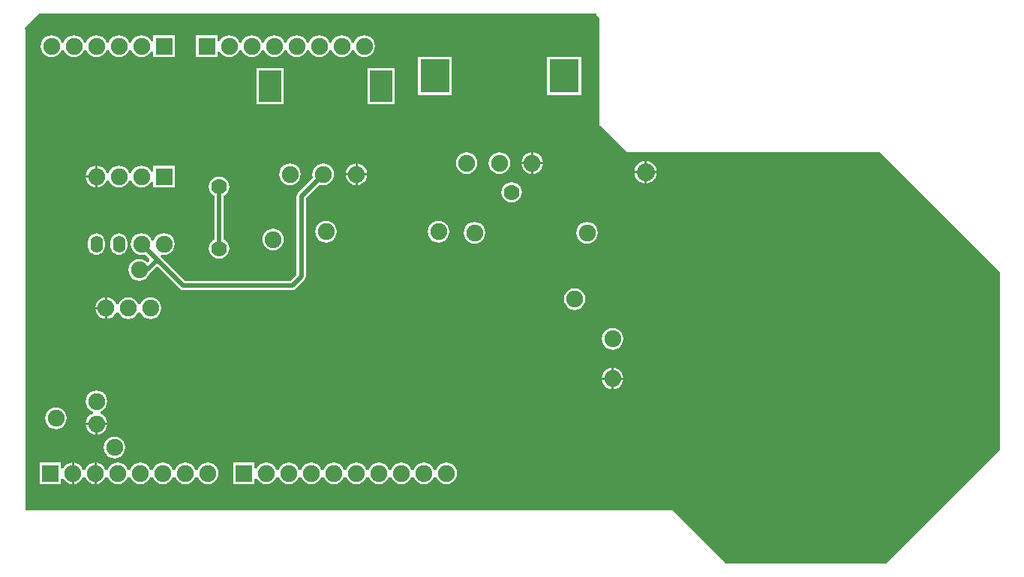
<source format=gtl>
G04 Layer_Physical_Order=1*
G04 Layer_Color=255*
%FSLAX25Y25*%
%MOIN*%
G70*
G01*
G75*
%ADD10C,0.02000*%
%ADD11C,0.07512*%
%ADD12R,0.07512X0.07512*%
%ADD13R,0.07512X0.07512*%
%ADD14O,0.05512X0.07512*%
%ADD15R,0.10068X0.14011*%
%ADD16R,0.10012X0.14000*%
%ADD17R,0.13080X0.15000*%
%ADD18R,0.13030X0.15000*%
%ADD19C,0.07000*%
%ADD20C,0.08000*%
%ADD21C,0.07500*%
%ADD22C,0.07000*%
G36*
X476000Y395000D02*
X477500Y393500D01*
Y345500D01*
X478000D01*
X489500Y334000D01*
X602000D01*
X655500Y280500D01*
Y202000D01*
Y201500D01*
X605000Y151000D01*
X533500D01*
X510000Y174500D01*
X222500D01*
Y388500D01*
X222000Y389000D01*
X228500Y395500D01*
X476000D01*
Y395000D01*
D02*
G37*
%LPC*%
G36*
X257815Y269231D02*
X257073Y269133D01*
X255917Y268654D01*
X254923Y267892D01*
X254161Y266898D01*
X253681Y265741D01*
X253584Y265000D01*
X257815D01*
Y269231D01*
D02*
G37*
G36*
X278000Y269297D02*
X276759Y269133D01*
X275602Y268654D01*
X274608Y267892D01*
X273846Y266898D01*
X273620Y266353D01*
X272537D01*
X272312Y266898D01*
X271549Y267892D01*
X270556Y268654D01*
X269399Y269133D01*
X268157Y269297D01*
X266916Y269133D01*
X265759Y268654D01*
X264766Y267892D01*
X264003Y266898D01*
X263777Y266354D01*
X262695D01*
X262469Y266898D01*
X261707Y267892D01*
X260714Y268654D01*
X259557Y269133D01*
X258815Y269231D01*
Y264500D01*
Y259769D01*
X259557Y259866D01*
X260714Y260346D01*
X261707Y261108D01*
X262469Y262102D01*
X262695Y262647D01*
X263777D01*
X264003Y262102D01*
X264766Y261108D01*
X265759Y260346D01*
X266916Y259866D01*
X268157Y259703D01*
X269399Y259866D01*
X270556Y260346D01*
X271549Y261108D01*
X272312Y262102D01*
X272537Y262647D01*
X273620D01*
X273846Y262102D01*
X274608Y261108D01*
X275602Y260346D01*
X276759Y259866D01*
X278000Y259703D01*
X279241Y259866D01*
X280399Y260346D01*
X281392Y261108D01*
X282154Y262102D01*
X282633Y263259D01*
X282797Y264500D01*
X282633Y265741D01*
X282154Y266898D01*
X281392Y267892D01*
X280399Y268654D01*
X279241Y269133D01*
X278000Y269297D01*
D02*
G37*
G36*
X308500Y323039D02*
X307325Y322884D01*
X306231Y322431D01*
X305291Y321709D01*
X304569Y320769D01*
X304116Y319675D01*
X303961Y318500D01*
X304116Y317325D01*
X304569Y316231D01*
X305291Y315291D01*
X306231Y314569D01*
X306461Y314474D01*
Y295026D01*
X306231Y294931D01*
X305291Y294209D01*
X304569Y293269D01*
X304116Y292175D01*
X303961Y291000D01*
X304116Y289825D01*
X304569Y288731D01*
X305291Y287791D01*
X306231Y287069D01*
X307325Y286616D01*
X308500Y286461D01*
X309675Y286616D01*
X310769Y287069D01*
X311709Y287791D01*
X312431Y288731D01*
X312884Y289825D01*
X313039Y291000D01*
X312884Y292175D01*
X312431Y293269D01*
X311709Y294209D01*
X310769Y294931D01*
X310539Y295026D01*
Y314474D01*
X310769Y314569D01*
X311709Y315291D01*
X312431Y316231D01*
X312884Y317325D01*
X313039Y318500D01*
X312884Y319675D01*
X312431Y320769D01*
X311709Y321709D01*
X310769Y322431D01*
X309675Y322884D01*
X308500Y323039D01*
D02*
G37*
G36*
X483354Y255640D02*
X482113Y255476D01*
X480956Y254997D01*
X479962Y254235D01*
X479200Y253241D01*
X478721Y252084D01*
X478557Y250843D01*
X478721Y249601D01*
X479200Y248444D01*
X479962Y247451D01*
X480956Y246688D01*
X482113Y246209D01*
X483354Y246046D01*
X484596Y246209D01*
X485753Y246688D01*
X486746Y247451D01*
X487509Y248444D01*
X487988Y249601D01*
X488151Y250843D01*
X487988Y252084D01*
X487509Y253241D01*
X486746Y254235D01*
X485753Y254997D01*
X484596Y255476D01*
X483354Y255640D01*
D02*
G37*
G36*
X257815Y264000D02*
X253584D01*
X253681Y263259D01*
X254161Y262102D01*
X254923Y261108D01*
X255917Y260346D01*
X257073Y259866D01*
X257815Y259769D01*
Y264000D01*
D02*
G37*
G36*
X466500Y273291D02*
X465260Y273128D01*
X464105Y272649D01*
X463112Y271888D01*
X462351Y270896D01*
X461872Y269740D01*
X461709Y268500D01*
X461872Y267260D01*
X462351Y266105D01*
X463112Y265112D01*
X464105Y264351D01*
X465260Y263872D01*
X466500Y263709D01*
X467740Y263872D01*
X468895Y264351D01*
X469888Y265112D01*
X470649Y266105D01*
X471128Y267260D01*
X471291Y268500D01*
X471128Y269740D01*
X470649Y270896D01*
X469888Y271888D01*
X468895Y272649D01*
X467740Y273128D01*
X466500Y273291D01*
D02*
G37*
G36*
X422000Y302797D02*
X420758Y302634D01*
X419601Y302154D01*
X418608Y301392D01*
X417846Y300398D01*
X417367Y299241D01*
X417203Y298000D01*
X417367Y296759D01*
X417846Y295602D01*
X418608Y294608D01*
X419601Y293846D01*
X420758Y293367D01*
X422000Y293203D01*
X423242Y293367D01*
X424399Y293846D01*
X425392Y294608D01*
X426154Y295602D01*
X426634Y296759D01*
X426797Y298000D01*
X426634Y299241D01*
X426154Y300398D01*
X425392Y301392D01*
X424399Y302154D01*
X423242Y302634D01*
X422000Y302797D01*
D02*
G37*
G36*
X472000D02*
X470758Y302634D01*
X469601Y302154D01*
X468608Y301392D01*
X467846Y300398D01*
X467367Y299241D01*
X467203Y298000D01*
X467367Y296759D01*
X467846Y295602D01*
X468608Y294608D01*
X469601Y293846D01*
X470758Y293367D01*
X472000Y293203D01*
X473242Y293367D01*
X474399Y293846D01*
X475392Y294608D01*
X476154Y295602D01*
X476634Y296759D01*
X476797Y298000D01*
X476634Y299241D01*
X476154Y300398D01*
X475392Y301392D01*
X474399Y302154D01*
X473242Y302634D01*
X472000Y302797D01*
D02*
G37*
G36*
X356000Y303297D02*
X354759Y303134D01*
X353602Y302654D01*
X352608Y301892D01*
X351846Y300899D01*
X351366Y299742D01*
X351203Y298500D01*
X351366Y297258D01*
X351846Y296101D01*
X352608Y295108D01*
X353602Y294346D01*
X354759Y293866D01*
X356000Y293703D01*
X357242Y293866D01*
X358399Y294346D01*
X359392Y295108D01*
X360154Y296101D01*
X360633Y297258D01*
X360797Y298500D01*
X360633Y299742D01*
X360154Y300899D01*
X359392Y301892D01*
X358399Y302654D01*
X357242Y303134D01*
X356000Y303297D01*
D02*
G37*
G36*
X254000Y297788D02*
X253019Y297659D01*
X252106Y297281D01*
X251321Y296679D01*
X250719Y295894D01*
X250341Y294981D01*
X250212Y294000D01*
Y292000D01*
X250341Y291020D01*
X250719Y290106D01*
X251321Y289321D01*
X252106Y288719D01*
X253019Y288341D01*
X254000Y288212D01*
X254980Y288341D01*
X255894Y288719D01*
X256679Y289321D01*
X257281Y290106D01*
X257659Y291020D01*
X257788Y292000D01*
Y294000D01*
X257659Y294981D01*
X257281Y295894D01*
X256679Y296679D01*
X255894Y297281D01*
X254980Y297659D01*
X254000Y297788D01*
D02*
G37*
G36*
X264000D02*
X263019Y297659D01*
X262106Y297281D01*
X261321Y296679D01*
X260719Y295894D01*
X260341Y294981D01*
X260212Y294000D01*
Y292000D01*
X260341Y291020D01*
X260719Y290106D01*
X261321Y289321D01*
X262106Y288719D01*
X263019Y288341D01*
X264000Y288212D01*
X264981Y288341D01*
X265894Y288719D01*
X266679Y289321D01*
X267281Y290106D01*
X267659Y291020D01*
X267788Y292000D01*
Y294000D01*
X267659Y294981D01*
X267281Y295894D01*
X266679Y296679D01*
X265894Y297281D01*
X264981Y297659D01*
X264000Y297788D01*
D02*
G37*
G36*
X332500Y299791D02*
X331260Y299628D01*
X330104Y299149D01*
X329112Y298388D01*
X328351Y297395D01*
X327872Y296240D01*
X327709Y295000D01*
X327872Y293760D01*
X328351Y292604D01*
X329112Y291612D01*
X330104Y290851D01*
X331260Y290372D01*
X332500Y290209D01*
X333740Y290372D01*
X334895Y290851D01*
X335888Y291612D01*
X336649Y292604D01*
X337128Y293760D01*
X337291Y295000D01*
X337128Y296240D01*
X336649Y297395D01*
X335888Y298388D01*
X334895Y299149D01*
X333740Y299628D01*
X332500Y299791D01*
D02*
G37*
G36*
X483854Y237857D02*
Y233626D01*
X488086D01*
X487988Y234367D01*
X487509Y235525D01*
X486746Y236518D01*
X485753Y237280D01*
X484596Y237759D01*
X483854Y237857D01*
D02*
G37*
G36*
X409500Y195797D02*
X408258Y195633D01*
X407101Y195154D01*
X406108Y194392D01*
X405346Y193398D01*
X405041Y192663D01*
X403959D01*
X403654Y193398D01*
X402892Y194392D01*
X401898Y195154D01*
X400741Y195633D01*
X399500Y195797D01*
X398258Y195633D01*
X397101Y195154D01*
X396108Y194392D01*
X395346Y193398D01*
X395041Y192663D01*
X393959D01*
X393654Y193398D01*
X392892Y194392D01*
X391898Y195154D01*
X390741Y195633D01*
X389500Y195797D01*
X388259Y195633D01*
X387102Y195154D01*
X386108Y194392D01*
X385346Y193398D01*
X385041Y192663D01*
X383959D01*
X383654Y193398D01*
X382892Y194392D01*
X381898Y195154D01*
X380742Y195633D01*
X379500Y195797D01*
X378258Y195633D01*
X377101Y195154D01*
X376108Y194392D01*
X375346Y193398D01*
X375041Y192663D01*
X373959D01*
X373654Y193398D01*
X372892Y194392D01*
X371899Y195154D01*
X370742Y195633D01*
X369500Y195797D01*
X368259Y195633D01*
X367102Y195154D01*
X366108Y194392D01*
X365346Y193398D01*
X365041Y192663D01*
X363959D01*
X363654Y193398D01*
X362892Y194392D01*
X361898Y195154D01*
X360741Y195633D01*
X359500Y195797D01*
X358259Y195633D01*
X357101Y195154D01*
X356108Y194392D01*
X355346Y193398D01*
X355041Y192663D01*
X353959D01*
X353654Y193398D01*
X352892Y194392D01*
X351899Y195154D01*
X350742Y195633D01*
X349500Y195797D01*
X348258Y195633D01*
X347101Y195154D01*
X346108Y194392D01*
X345346Y193398D01*
X345041Y192663D01*
X343959D01*
X343654Y193398D01*
X342892Y194392D01*
X341898Y195154D01*
X340741Y195633D01*
X339500Y195797D01*
X338259Y195633D01*
X337102Y195154D01*
X336108Y194392D01*
X335346Y193398D01*
X335041Y192663D01*
X333959D01*
X333654Y193398D01*
X332892Y194392D01*
X331898Y195154D01*
X330742Y195633D01*
X329500Y195797D01*
X328258Y195633D01*
X327101Y195154D01*
X326108Y194392D01*
X325346Y193398D01*
X325256Y193182D01*
X324256Y193380D01*
Y195756D01*
X314744D01*
Y186244D01*
X324256D01*
Y188619D01*
X325256Y188818D01*
X325346Y188602D01*
X326108Y187608D01*
X327101Y186846D01*
X328258Y186366D01*
X329500Y186203D01*
X330742Y186366D01*
X331898Y186846D01*
X332892Y187608D01*
X333654Y188602D01*
X333959Y189337D01*
X335041D01*
X335346Y188602D01*
X336108Y187608D01*
X337102Y186846D01*
X338259Y186366D01*
X339500Y186203D01*
X340741Y186366D01*
X341898Y186846D01*
X342892Y187608D01*
X343654Y188602D01*
X343959Y189337D01*
X345041D01*
X345346Y188602D01*
X346108Y187608D01*
X347101Y186846D01*
X348258Y186366D01*
X349500Y186203D01*
X350742Y186366D01*
X351899Y186846D01*
X352892Y187608D01*
X353654Y188602D01*
X353959Y189337D01*
X355041D01*
X355346Y188602D01*
X356108Y187608D01*
X357101Y186846D01*
X358259Y186366D01*
X359500Y186203D01*
X360741Y186366D01*
X361898Y186846D01*
X362892Y187608D01*
X363654Y188602D01*
X363959Y189337D01*
X365041D01*
X365346Y188602D01*
X366108Y187608D01*
X367102Y186846D01*
X368259Y186366D01*
X369500Y186203D01*
X370742Y186366D01*
X371899Y186846D01*
X372892Y187608D01*
X373654Y188602D01*
X373959Y189337D01*
X375041D01*
X375346Y188602D01*
X376108Y187608D01*
X377101Y186846D01*
X378258Y186366D01*
X379500Y186203D01*
X380742Y186366D01*
X381898Y186846D01*
X382892Y187608D01*
X383654Y188602D01*
X383959Y189337D01*
X385041D01*
X385346Y188602D01*
X386108Y187608D01*
X387102Y186846D01*
X388259Y186366D01*
X389500Y186203D01*
X390741Y186366D01*
X391898Y186846D01*
X392892Y187608D01*
X393654Y188602D01*
X393959Y189337D01*
X395041D01*
X395346Y188602D01*
X396108Y187608D01*
X397101Y186846D01*
X398258Y186366D01*
X399500Y186203D01*
X400741Y186366D01*
X401898Y186846D01*
X402892Y187608D01*
X403654Y188602D01*
X403959Y189337D01*
X405041D01*
X405346Y188602D01*
X406108Y187608D01*
X407101Y186846D01*
X408258Y186366D01*
X409500Y186203D01*
X410742Y186366D01*
X411899Y186846D01*
X412892Y187608D01*
X413654Y188602D01*
X414134Y189759D01*
X414297Y191000D01*
X414134Y192242D01*
X413654Y193398D01*
X412892Y194392D01*
X411899Y195154D01*
X410742Y195633D01*
X409500Y195797D01*
D02*
G37*
G36*
X262000Y207291D02*
X260760Y207128D01*
X259605Y206649D01*
X258612Y205888D01*
X257851Y204895D01*
X257372Y203740D01*
X257209Y202500D01*
X257372Y201260D01*
X257851Y200104D01*
X258612Y199112D01*
X259605Y198351D01*
X260760Y197872D01*
X262000Y197709D01*
X263240Y197872D01*
X264395Y198351D01*
X265388Y199112D01*
X266149Y200104D01*
X266628Y201260D01*
X266791Y202500D01*
X266628Y203740D01*
X266149Y204895D01*
X265388Y205888D01*
X264395Y206649D01*
X263240Y207128D01*
X262000Y207291D01*
D02*
G37*
G36*
X253500Y212500D02*
X249269D01*
X249366Y211758D01*
X249846Y210601D01*
X250608Y209608D01*
X251602Y208846D01*
X252759Y208366D01*
X253500Y208269D01*
Y212500D01*
D02*
G37*
G36*
X238256Y195756D02*
X228744D01*
Y186244D01*
X238256D01*
Y188619D01*
X239256Y188818D01*
X239346Y188602D01*
X240108Y187608D01*
X241102Y186846D01*
X242259Y186366D01*
X243000Y186269D01*
Y191000D01*
Y195731D01*
X242259Y195633D01*
X241102Y195154D01*
X240108Y194392D01*
X239346Y193398D01*
X239256Y193182D01*
X238256Y193380D01*
Y195756D01*
D02*
G37*
G36*
X253000Y195731D02*
X252258Y195633D01*
X251101Y195154D01*
X250108Y194392D01*
X249346Y193398D01*
X249041Y192663D01*
X247959D01*
X247654Y193398D01*
X246892Y194392D01*
X245899Y195154D01*
X244742Y195633D01*
X244000Y195731D01*
Y191000D01*
Y186269D01*
X244742Y186366D01*
X245899Y186846D01*
X246892Y187608D01*
X247654Y188602D01*
X247959Y189337D01*
X249041D01*
X249346Y188602D01*
X250108Y187608D01*
X251101Y186846D01*
X252258Y186366D01*
X253000Y186269D01*
Y191000D01*
Y195731D01*
D02*
G37*
G36*
X303500Y195797D02*
X302258Y195633D01*
X301101Y195154D01*
X300108Y194392D01*
X299346Y193398D01*
X299041Y192663D01*
X297959D01*
X297654Y193398D01*
X296892Y194392D01*
X295899Y195154D01*
X294742Y195633D01*
X293500Y195797D01*
X292259Y195633D01*
X291102Y195154D01*
X290108Y194392D01*
X289346Y193398D01*
X289041Y192663D01*
X287959D01*
X287654Y193398D01*
X286892Y194392D01*
X285898Y195154D01*
X284741Y195633D01*
X283500Y195797D01*
X282259Y195633D01*
X281101Y195154D01*
X280108Y194392D01*
X279346Y193398D01*
X279041Y192663D01*
X277959D01*
X277654Y193398D01*
X276892Y194392D01*
X275899Y195154D01*
X274742Y195633D01*
X273500Y195797D01*
X272258Y195633D01*
X271101Y195154D01*
X270108Y194392D01*
X269346Y193398D01*
X269041Y192663D01*
X267959D01*
X267654Y193398D01*
X266892Y194392D01*
X265898Y195154D01*
X264741Y195633D01*
X263500Y195797D01*
X262259Y195633D01*
X261102Y195154D01*
X260108Y194392D01*
X259346Y193398D01*
X259041Y192663D01*
X257959D01*
X257654Y193398D01*
X256892Y194392D01*
X255898Y195154D01*
X254742Y195633D01*
X254000Y195731D01*
Y191000D01*
Y186269D01*
X254742Y186366D01*
X255898Y186846D01*
X256892Y187608D01*
X257654Y188602D01*
X257959Y189337D01*
X259041D01*
X259346Y188602D01*
X260108Y187608D01*
X261102Y186846D01*
X262259Y186366D01*
X263500Y186203D01*
X264741Y186366D01*
X265898Y186846D01*
X266892Y187608D01*
X267654Y188602D01*
X267959Y189337D01*
X269041D01*
X269346Y188602D01*
X270108Y187608D01*
X271101Y186846D01*
X272258Y186366D01*
X273500Y186203D01*
X274742Y186366D01*
X275899Y186846D01*
X276892Y187608D01*
X277654Y188602D01*
X277959Y189337D01*
X279041D01*
X279346Y188602D01*
X280108Y187608D01*
X281101Y186846D01*
X282259Y186366D01*
X283500Y186203D01*
X284741Y186366D01*
X285898Y186846D01*
X286892Y187608D01*
X287654Y188602D01*
X287959Y189337D01*
X289041D01*
X289346Y188602D01*
X290108Y187608D01*
X291102Y186846D01*
X292259Y186366D01*
X293500Y186203D01*
X294742Y186366D01*
X295899Y186846D01*
X296892Y187608D01*
X297654Y188602D01*
X297959Y189337D01*
X299041D01*
X299346Y188602D01*
X300108Y187608D01*
X301101Y186846D01*
X302258Y186366D01*
X303500Y186203D01*
X304742Y186366D01*
X305898Y186846D01*
X306892Y187608D01*
X307654Y188602D01*
X308134Y189759D01*
X308297Y191000D01*
X308134Y192242D01*
X307654Y193398D01*
X306892Y194392D01*
X305898Y195154D01*
X304742Y195633D01*
X303500Y195797D01*
D02*
G37*
G36*
X482854Y232626D02*
X478623D01*
X478721Y231885D01*
X479200Y230728D01*
X479962Y229734D01*
X480956Y228972D01*
X482113Y228492D01*
X482854Y228395D01*
Y232626D01*
D02*
G37*
G36*
X488086D02*
X483854D01*
Y228395D01*
X484596Y228492D01*
X485753Y228972D01*
X486746Y229734D01*
X487509Y230728D01*
X487988Y231885D01*
X488086Y232626D01*
D02*
G37*
G36*
X482854Y237857D02*
X482113Y237759D01*
X480956Y237280D01*
X479962Y236518D01*
X479200Y235525D01*
X478721Y234367D01*
X478623Y233626D01*
X482854D01*
Y237857D01*
D02*
G37*
G36*
X258731Y212500D02*
X254500D01*
Y208269D01*
X255241Y208366D01*
X256399Y208846D01*
X257392Y209608D01*
X258154Y210601D01*
X258633Y211758D01*
X258731Y212500D01*
D02*
G37*
G36*
X236000Y220291D02*
X234760Y220128D01*
X233605Y219649D01*
X232612Y218888D01*
X231851Y217896D01*
X231372Y216740D01*
X231209Y215500D01*
X231372Y214260D01*
X231851Y213105D01*
X232612Y212112D01*
X233605Y211351D01*
X234760Y210872D01*
X236000Y210709D01*
X237240Y210872D01*
X238396Y211351D01*
X239388Y212112D01*
X240149Y213105D01*
X240628Y214260D01*
X240791Y215500D01*
X240628Y216740D01*
X240149Y217896D01*
X239388Y218888D01*
X238396Y219649D01*
X237240Y220128D01*
X236000Y220291D01*
D02*
G37*
G36*
X254000Y227797D02*
X252759Y227634D01*
X251602Y227154D01*
X250608Y226392D01*
X249846Y225398D01*
X249366Y224241D01*
X249203Y223000D01*
X249366Y221759D01*
X249846Y220602D01*
X250608Y219608D01*
X251602Y218846D01*
X252337Y218541D01*
Y217459D01*
X251602Y217154D01*
X250608Y216392D01*
X249846Y215399D01*
X249366Y214242D01*
X249269Y213500D01*
X258731D01*
X258633Y214242D01*
X258154Y215399D01*
X257392Y216392D01*
X256399Y217154D01*
X255663Y217459D01*
Y218541D01*
X256399Y218846D01*
X257392Y219608D01*
X258154Y220602D01*
X258633Y221759D01*
X258797Y223000D01*
X258633Y224241D01*
X258154Y225398D01*
X257392Y226392D01*
X256399Y227154D01*
X255241Y227634D01*
X254000Y227797D01*
D02*
G37*
G36*
X406000Y303297D02*
X404759Y303134D01*
X403602Y302654D01*
X402608Y301892D01*
X401846Y300899D01*
X401367Y299742D01*
X401203Y298500D01*
X401367Y297258D01*
X401846Y296101D01*
X402608Y295108D01*
X403602Y294346D01*
X404759Y293866D01*
X406000Y293703D01*
X407241Y293866D01*
X408398Y294346D01*
X409392Y295108D01*
X410154Y296101D01*
X410634Y297258D01*
X410797Y298500D01*
X410634Y299742D01*
X410154Y300899D01*
X409392Y301892D01*
X408398Y302654D01*
X407241Y303134D01*
X406000Y303297D01*
D02*
G37*
G36*
X497500Y329977D02*
X496695Y329871D01*
X495478Y329367D01*
X494434Y328566D01*
X493633Y327522D01*
X493129Y326305D01*
X493023Y325500D01*
X497500D01*
Y329977D01*
D02*
G37*
G36*
X498500D02*
Y325500D01*
X502977D01*
X502871Y326305D01*
X502367Y327522D01*
X501566Y328566D01*
X500522Y329367D01*
X499305Y329871D01*
X498500Y329977D01*
D02*
G37*
G36*
X447134Y333731D02*
X446392Y333633D01*
X445235Y333154D01*
X444242Y332392D01*
X443479Y331399D01*
X443000Y330241D01*
X442903Y329500D01*
X447134D01*
Y333731D01*
D02*
G37*
G36*
X369028Y328731D02*
X368286Y328633D01*
X367129Y328154D01*
X366136Y327392D01*
X365373Y326398D01*
X364894Y325241D01*
X364796Y324500D01*
X369028D01*
Y328731D01*
D02*
G37*
G36*
X370028D02*
Y324500D01*
X374259D01*
X374161Y325241D01*
X373682Y326398D01*
X372920Y327392D01*
X371926Y328154D01*
X370769Y328633D01*
X370028Y328731D01*
D02*
G37*
G36*
X274000Y327797D02*
X272759Y327634D01*
X271602Y327154D01*
X270608Y326392D01*
X269846Y325398D01*
X269541Y324663D01*
X268459D01*
X268154Y325398D01*
X267392Y326392D01*
X266399Y327154D01*
X265242Y327634D01*
X264000Y327797D01*
X262758Y327634D01*
X261601Y327154D01*
X260608Y326392D01*
X259846Y325398D01*
X259541Y324663D01*
X258459D01*
X258154Y325398D01*
X257392Y326392D01*
X256399Y327154D01*
X255241Y327634D01*
X254500Y327731D01*
Y323000D01*
Y318269D01*
X255241Y318367D01*
X256399Y318846D01*
X257392Y319608D01*
X258154Y320602D01*
X258459Y321337D01*
X259541D01*
X259846Y320602D01*
X260608Y319608D01*
X261601Y318846D01*
X262758Y318367D01*
X264000Y318203D01*
X265242Y318367D01*
X266399Y318846D01*
X267392Y319608D01*
X268154Y320602D01*
X268459Y321337D01*
X269541D01*
X269846Y320602D01*
X270608Y319608D01*
X271602Y318846D01*
X272759Y318367D01*
X274000Y318203D01*
X275241Y318367D01*
X276398Y318846D01*
X277392Y319608D01*
X278154Y320602D01*
X278244Y320818D01*
X279244Y320620D01*
Y318244D01*
X288756D01*
Y327756D01*
X279244D01*
Y325380D01*
X278244Y325182D01*
X278154Y325398D01*
X277392Y326392D01*
X276398Y327154D01*
X275241Y327634D01*
X274000Y327797D01*
D02*
G37*
G36*
X448134Y333731D02*
Y329500D01*
X452365D01*
X452267Y330241D01*
X451788Y331399D01*
X451026Y332392D01*
X450032Y333154D01*
X448875Y333633D01*
X448134Y333731D01*
D02*
G37*
G36*
X469347Y376280D02*
X454267D01*
Y359280D01*
X469347D01*
Y376280D01*
D02*
G37*
G36*
X274000Y385797D02*
X272759Y385633D01*
X271602Y385154D01*
X270608Y384392D01*
X269846Y383399D01*
X269541Y382663D01*
X268459D01*
X268154Y383399D01*
X267392Y384392D01*
X266399Y385154D01*
X265242Y385633D01*
X264000Y385797D01*
X262758Y385633D01*
X261601Y385154D01*
X260608Y384392D01*
X259846Y383399D01*
X259541Y382663D01*
X258459D01*
X258154Y383399D01*
X257392Y384392D01*
X256399Y385154D01*
X255241Y385633D01*
X254000Y385797D01*
X252759Y385633D01*
X251602Y385154D01*
X250608Y384392D01*
X249846Y383399D01*
X249541Y382663D01*
X248459D01*
X248154Y383399D01*
X247392Y384392D01*
X246398Y385154D01*
X245241Y385633D01*
X244000Y385797D01*
X242758Y385633D01*
X241601Y385154D01*
X240608Y384392D01*
X239846Y383399D01*
X239541Y382663D01*
X238459D01*
X238154Y383399D01*
X237392Y384392D01*
X236399Y385154D01*
X235242Y385633D01*
X234000Y385797D01*
X232758Y385633D01*
X231602Y385154D01*
X230608Y384392D01*
X229846Y383399D01*
X229366Y382242D01*
X229203Y381000D01*
X229366Y379759D01*
X229846Y378602D01*
X230608Y377608D01*
X231602Y376846D01*
X232758Y376366D01*
X234000Y376203D01*
X235242Y376366D01*
X236399Y376846D01*
X237392Y377608D01*
X238154Y378602D01*
X238459Y379337D01*
X239541D01*
X239846Y378602D01*
X240608Y377608D01*
X241601Y376846D01*
X242758Y376366D01*
X244000Y376203D01*
X245241Y376366D01*
X246398Y376846D01*
X247392Y377608D01*
X248154Y378602D01*
X248459Y379337D01*
X249541D01*
X249846Y378602D01*
X250608Y377608D01*
X251602Y376846D01*
X252759Y376366D01*
X254000Y376203D01*
X255241Y376366D01*
X256399Y376846D01*
X257392Y377608D01*
X258154Y378602D01*
X258459Y379337D01*
X259541D01*
X259846Y378602D01*
X260608Y377608D01*
X261601Y376846D01*
X262758Y376366D01*
X264000Y376203D01*
X265242Y376366D01*
X266399Y376846D01*
X267392Y377608D01*
X268154Y378602D01*
X268459Y379337D01*
X269541D01*
X269846Y378602D01*
X270608Y377608D01*
X271602Y376846D01*
X272759Y376366D01*
X274000Y376203D01*
X275241Y376366D01*
X276398Y376846D01*
X277392Y377608D01*
X278154Y378602D01*
X278244Y378818D01*
X279244Y378620D01*
Y376244D01*
X288756D01*
Y385756D01*
X279244D01*
Y383381D01*
X278244Y383182D01*
X278154Y383399D01*
X277392Y384392D01*
X276398Y385154D01*
X275241Y385633D01*
X274000Y385797D01*
D02*
G37*
G36*
X373000D02*
X371759Y385633D01*
X370602Y385154D01*
X369608Y384392D01*
X368846Y383399D01*
X368541Y382663D01*
X367459D01*
X367154Y383399D01*
X366392Y384392D01*
X365399Y385154D01*
X364242Y385633D01*
X363000Y385797D01*
X361758Y385633D01*
X360601Y385154D01*
X359608Y384392D01*
X358846Y383399D01*
X358541Y382663D01*
X357459D01*
X357154Y383399D01*
X356392Y384392D01*
X355399Y385154D01*
X354241Y385633D01*
X353000Y385797D01*
X351759Y385633D01*
X350602Y385154D01*
X349608Y384392D01*
X348846Y383399D01*
X348541Y382663D01*
X347459D01*
X347154Y383399D01*
X346392Y384392D01*
X345398Y385154D01*
X344241Y385633D01*
X343000Y385797D01*
X341758Y385633D01*
X340601Y385154D01*
X339608Y384392D01*
X338846Y383399D01*
X338541Y382663D01*
X337459D01*
X337154Y383399D01*
X336392Y384392D01*
X335399Y385154D01*
X334242Y385633D01*
X333000Y385797D01*
X331758Y385633D01*
X330602Y385154D01*
X329608Y384392D01*
X328846Y383399D01*
X328541Y382663D01*
X327459D01*
X327154Y383399D01*
X326392Y384392D01*
X325398Y385154D01*
X324241Y385633D01*
X323000Y385797D01*
X321759Y385633D01*
X320602Y385154D01*
X319608Y384392D01*
X318846Y383399D01*
X318541Y382663D01*
X317459D01*
X317154Y383399D01*
X316392Y384392D01*
X315399Y385154D01*
X314242Y385633D01*
X313000Y385797D01*
X311758Y385633D01*
X310601Y385154D01*
X309608Y384392D01*
X308846Y383399D01*
X308756Y383182D01*
X307756Y383381D01*
Y385756D01*
X298244D01*
Y376244D01*
X307756D01*
Y378620D01*
X308756Y378818D01*
X308846Y378602D01*
X309608Y377608D01*
X310601Y376846D01*
X311758Y376366D01*
X313000Y376203D01*
X314242Y376366D01*
X315399Y376846D01*
X316392Y377608D01*
X317154Y378602D01*
X317459Y379337D01*
X318541D01*
X318846Y378602D01*
X319608Y377608D01*
X320602Y376846D01*
X321759Y376366D01*
X323000Y376203D01*
X324241Y376366D01*
X325398Y376846D01*
X326392Y377608D01*
X327154Y378602D01*
X327459Y379337D01*
X328541D01*
X328846Y378602D01*
X329608Y377608D01*
X330602Y376846D01*
X331758Y376366D01*
X333000Y376203D01*
X334242Y376366D01*
X335399Y376846D01*
X336392Y377608D01*
X337154Y378602D01*
X337459Y379337D01*
X338541D01*
X338846Y378602D01*
X339608Y377608D01*
X340601Y376846D01*
X341758Y376366D01*
X343000Y376203D01*
X344241Y376366D01*
X345398Y376846D01*
X346392Y377608D01*
X347154Y378602D01*
X347459Y379337D01*
X348541D01*
X348846Y378602D01*
X349608Y377608D01*
X350602Y376846D01*
X351759Y376366D01*
X353000Y376203D01*
X354241Y376366D01*
X355399Y376846D01*
X356392Y377608D01*
X357154Y378602D01*
X357459Y379337D01*
X358541D01*
X358846Y378602D01*
X359608Y377608D01*
X360601Y376846D01*
X361758Y376366D01*
X363000Y376203D01*
X364242Y376366D01*
X365399Y376846D01*
X366392Y377608D01*
X367154Y378602D01*
X367459Y379337D01*
X368541D01*
X368846Y378602D01*
X369608Y377608D01*
X370602Y376846D01*
X371759Y376366D01*
X373000Y376203D01*
X374241Y376366D01*
X375398Y376846D01*
X376392Y377608D01*
X377154Y378602D01*
X377634Y379759D01*
X377797Y381000D01*
X377634Y382242D01*
X377154Y383399D01*
X376392Y384392D01*
X375398Y385154D01*
X374241Y385633D01*
X373000Y385797D01*
D02*
G37*
G36*
X337176Y371375D02*
X325108D01*
Y355364D01*
X337176D01*
Y371375D01*
D02*
G37*
G36*
X386360Y371370D02*
X374348D01*
Y355370D01*
X386360D01*
Y371370D01*
D02*
G37*
G36*
X411842Y376280D02*
X396812D01*
Y359280D01*
X411842D01*
Y376280D01*
D02*
G37*
G36*
X354764Y328797D02*
X353522Y328633D01*
X352365Y328154D01*
X351372Y327392D01*
X350609Y326398D01*
X350130Y325241D01*
X349967Y324000D01*
X350130Y322759D01*
X350279Y322399D01*
X343558Y315678D01*
X343116Y315017D01*
X342961Y314236D01*
Y279345D01*
X340155Y276539D01*
X293345D01*
X282442Y287442D01*
X282919Y288289D01*
X282958Y288340D01*
X284000Y288203D01*
X285242Y288367D01*
X286399Y288846D01*
X287392Y289608D01*
X288154Y290601D01*
X288633Y291758D01*
X288797Y293000D01*
X288633Y294241D01*
X288154Y295398D01*
X287392Y296392D01*
X286399Y297154D01*
X285242Y297634D01*
X284000Y297797D01*
X282758Y297634D01*
X281602Y297154D01*
X280608Y296392D01*
X279846Y295398D01*
X279541Y294663D01*
X278459D01*
X278154Y295398D01*
X277392Y296392D01*
X276398Y297154D01*
X275241Y297634D01*
X274000Y297797D01*
X272759Y297634D01*
X271602Y297154D01*
X270608Y296392D01*
X269846Y295398D01*
X269367Y294241D01*
X269203Y293000D01*
X269367Y291758D01*
X269846Y290601D01*
X270608Y289608D01*
X271602Y288846D01*
X272759Y288367D01*
X274000Y288203D01*
X275241Y288367D01*
X275601Y288515D01*
X277579Y286537D01*
X277573Y285518D01*
X276883Y284855D01*
X276388Y284888D01*
X275395Y285649D01*
X274240Y286128D01*
X273000Y286291D01*
X271760Y286128D01*
X270604Y285649D01*
X269612Y284888D01*
X268851Y283895D01*
X268372Y282740D01*
X268209Y281500D01*
X268372Y280260D01*
X268851Y279104D01*
X269612Y278112D01*
X270604Y277351D01*
X271760Y276872D01*
X273000Y276709D01*
X274240Y276872D01*
X275395Y277351D01*
X276388Y278112D01*
X277149Y279104D01*
X277392Y279691D01*
X277942Y280058D01*
X281000Y283116D01*
X291058Y273058D01*
X291720Y272616D01*
X292500Y272461D01*
X292500Y272461D01*
X341000D01*
X341780Y272616D01*
X342442Y273058D01*
X346442Y277058D01*
X346884Y277720D01*
X347039Y278500D01*
Y313391D01*
X353163Y319515D01*
X353522Y319367D01*
X354764Y319203D01*
X356005Y319367D01*
X357162Y319846D01*
X358156Y320608D01*
X358918Y321602D01*
X359397Y322759D01*
X359561Y324000D01*
X359397Y325241D01*
X358918Y326398D01*
X358156Y327392D01*
X357162Y328154D01*
X356005Y328633D01*
X354764Y328797D01*
D02*
G37*
G36*
X369028Y323500D02*
X364796D01*
X364894Y322759D01*
X365373Y321602D01*
X366136Y320608D01*
X367129Y319846D01*
X368286Y319367D01*
X369028Y319269D01*
Y323500D01*
D02*
G37*
G36*
X374259D02*
X370028D01*
Y319269D01*
X370769Y319367D01*
X371926Y319846D01*
X372920Y320608D01*
X373682Y321602D01*
X374161Y322759D01*
X374259Y323500D01*
D02*
G37*
G36*
X438500Y320539D02*
X437325Y320384D01*
X436231Y319931D01*
X435291Y319209D01*
X434569Y318269D01*
X434116Y317175D01*
X433961Y316000D01*
X434116Y314825D01*
X434569Y313731D01*
X435291Y312791D01*
X436231Y312069D01*
X437325Y311616D01*
X438500Y311461D01*
X439675Y311616D01*
X440769Y312069D01*
X441709Y312791D01*
X442431Y313731D01*
X442884Y314825D01*
X443039Y316000D01*
X442884Y317175D01*
X442431Y318269D01*
X441709Y319209D01*
X440769Y319931D01*
X439675Y320384D01*
X438500Y320539D01*
D02*
G37*
G36*
X253500Y322500D02*
X249269D01*
X249366Y321759D01*
X249846Y320602D01*
X250608Y319608D01*
X251602Y318846D01*
X252759Y318367D01*
X253500Y318269D01*
Y322500D01*
D02*
G37*
G36*
X340000Y328797D02*
X338758Y328633D01*
X337601Y328154D01*
X336608Y327392D01*
X335846Y326398D01*
X335367Y325241D01*
X335203Y324000D01*
X335367Y322759D01*
X335846Y321602D01*
X336608Y320608D01*
X337601Y319846D01*
X338758Y319367D01*
X340000Y319203D01*
X341242Y319367D01*
X342399Y319846D01*
X343392Y320608D01*
X344154Y321602D01*
X344634Y322759D01*
X344797Y324000D01*
X344634Y325241D01*
X344154Y326398D01*
X343392Y327392D01*
X342399Y328154D01*
X341242Y328633D01*
X340000Y328797D01*
D02*
G37*
G36*
X497500Y324500D02*
X493023D01*
X493129Y323695D01*
X493633Y322478D01*
X494434Y321434D01*
X495478Y320633D01*
X496695Y320129D01*
X497500Y320023D01*
Y324500D01*
D02*
G37*
G36*
X433067Y333797D02*
X431825Y333633D01*
X430668Y333154D01*
X429675Y332392D01*
X428913Y331399D01*
X428434Y330241D01*
X428270Y329000D01*
X428434Y327759D01*
X428913Y326602D01*
X429675Y325608D01*
X430668Y324846D01*
X431825Y324366D01*
X433067Y324203D01*
X434308Y324366D01*
X435465Y324846D01*
X436459Y325608D01*
X437221Y326602D01*
X437701Y327759D01*
X437864Y329000D01*
X437701Y330241D01*
X437221Y331399D01*
X436459Y332392D01*
X435465Y333154D01*
X434308Y333633D01*
X433067Y333797D01*
D02*
G37*
G36*
X447134Y328500D02*
X442903D01*
X443000Y327759D01*
X443479Y326602D01*
X444242Y325608D01*
X445235Y324846D01*
X446392Y324366D01*
X447134Y324269D01*
Y328500D01*
D02*
G37*
G36*
X452365D02*
X448134D01*
Y324269D01*
X448875Y324366D01*
X450032Y324846D01*
X451026Y325608D01*
X451788Y326602D01*
X452267Y327759D01*
X452365Y328500D01*
D02*
G37*
G36*
X502977Y324500D02*
X498500D01*
Y320023D01*
X499305Y320129D01*
X500522Y320633D01*
X501566Y321434D01*
X502367Y322478D01*
X502871Y323695D01*
X502977Y324500D01*
D02*
G37*
G36*
X253500Y327731D02*
X252759Y327634D01*
X251602Y327154D01*
X250608Y326392D01*
X249846Y325398D01*
X249366Y324241D01*
X249269Y323500D01*
X253500D01*
Y327731D01*
D02*
G37*
G36*
X418500Y333797D02*
X417259Y333633D01*
X416102Y333154D01*
X415108Y332392D01*
X414346Y331399D01*
X413867Y330241D01*
X413703Y329000D01*
X413867Y327759D01*
X414346Y326602D01*
X415108Y325608D01*
X416102Y324846D01*
X417259Y324366D01*
X418500Y324203D01*
X419741Y324366D01*
X420898Y324846D01*
X421892Y325608D01*
X422654Y326602D01*
X423134Y327759D01*
X423297Y329000D01*
X423134Y330241D01*
X422654Y331399D01*
X421892Y332392D01*
X420898Y333154D01*
X419741Y333633D01*
X418500Y333797D01*
D02*
G37*
%LPD*%
D10*
X308500Y291000D02*
Y318500D01*
X292500Y274500D02*
X341000D01*
X345000Y278500D01*
Y314236D01*
X354764Y324000D01*
X273000Y281500D02*
X276500D01*
X281000Y286000D01*
X274000Y293000D02*
X281000Y286000D01*
X292500Y274500D01*
D11*
X323000Y381000D02*
D03*
X313000D02*
D03*
X373000D02*
D03*
X363000D02*
D03*
X353000D02*
D03*
X343000D02*
D03*
X333000D02*
D03*
X253500Y191000D02*
D03*
X243500D02*
D03*
X303500D02*
D03*
X293500D02*
D03*
X283500D02*
D03*
X273500D02*
D03*
X263500D02*
D03*
X409500D02*
D03*
X399500D02*
D03*
X389500D02*
D03*
X379500D02*
D03*
X369500D02*
D03*
X359500D02*
D03*
X349500D02*
D03*
X339500D02*
D03*
X329500D02*
D03*
X234000Y381000D02*
D03*
X244000D02*
D03*
X254000D02*
D03*
X264000D02*
D03*
X274000D02*
D03*
X254000Y213000D02*
D03*
Y223000D02*
D03*
X483354Y233126D02*
D03*
Y250843D02*
D03*
X274000Y323000D02*
D03*
X264000D02*
D03*
X254000D02*
D03*
X284000Y293000D02*
D03*
X274000D02*
D03*
X354764Y324000D02*
D03*
X369528D02*
D03*
X340000D02*
D03*
X433067Y329000D02*
D03*
X447634D02*
D03*
X418500D02*
D03*
X406000Y298500D02*
D03*
X356000D02*
D03*
X472000Y298000D02*
D03*
X422000D02*
D03*
X278000Y264500D02*
D03*
X268157D02*
D03*
X258315D02*
D03*
D12*
X303000Y381000D02*
D03*
X233500Y191000D02*
D03*
X319500D02*
D03*
X284000Y381000D02*
D03*
D13*
Y323000D02*
D03*
D14*
X264000Y293000D02*
D03*
X254000D02*
D03*
D15*
X331142Y363370D02*
D03*
D16*
X380354D02*
D03*
D17*
X461807Y367780D02*
D03*
D18*
X404327D02*
D03*
D19*
X438500Y316000D02*
D03*
D20*
X498000Y325000D02*
D03*
D21*
X332500Y295000D02*
D03*
X273000Y281500D02*
D03*
X236000Y215500D02*
D03*
X262000Y202500D02*
D03*
X466500Y268500D02*
D03*
D22*
X308500Y291000D02*
D03*
Y318500D02*
D03*
M02*

</source>
